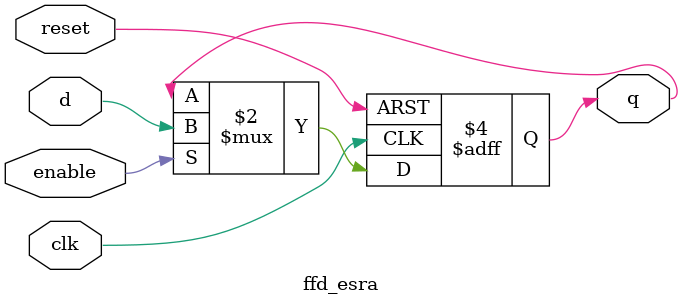
<source format=v>
module ffd_esra (
	input d,
	input clk,
	input enable,
	input reset,
	output q
);
//------------Variables Internas--------
reg q;

//-------------Descripcion---------
always @ (posedge clk or posedge reset)
  if (reset) begin
    q <= 1'b0;
  end  else if (enable) begin
    q <= d;
  end 

endmodule //Fin del modulo

</source>
